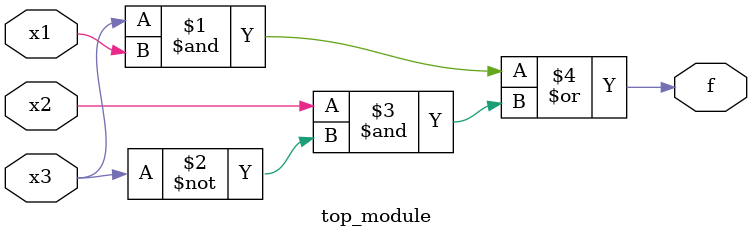
<source format=sv>
module top_module (
    input x3,
    input x2,
    input x1,
    output f
);

    assign f = (x3 & x1) | (x2 & ~x3);

endmodule

</source>
